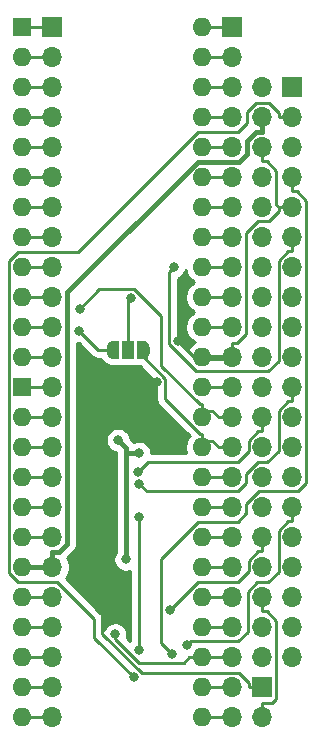
<source format=gbr>
%TF.GenerationSoftware,KiCad,Pcbnew,(5.1.8)-1*%
%TF.CreationDate,2021-02-07T10:27:01+01:00*%
%TF.ProjectId,deniseadapter,64656e69-7365-4616-9461-707465722e6b,rev?*%
%TF.SameCoordinates,Original*%
%TF.FileFunction,Copper,L2,Bot*%
%TF.FilePolarity,Positive*%
%FSLAX46Y46*%
G04 Gerber Fmt 4.6, Leading zero omitted, Abs format (unit mm)*
G04 Created by KiCad (PCBNEW (5.1.8)-1) date 2021-02-07 10:27:01*
%MOMM*%
%LPD*%
G01*
G04 APERTURE LIST*
%TA.AperFunction,SMDPad,CuDef*%
%ADD10R,1.000000X1.500000*%
%TD*%
%TA.AperFunction,SMDPad,CuDef*%
%ADD11C,0.100000*%
%TD*%
%TA.AperFunction,ComponentPad*%
%ADD12R,1.700000X1.700000*%
%TD*%
%TA.AperFunction,ComponentPad*%
%ADD13O,1.700000X1.700000*%
%TD*%
%TA.AperFunction,ComponentPad*%
%ADD14R,1.600000X1.600000*%
%TD*%
%TA.AperFunction,ComponentPad*%
%ADD15O,1.600000X1.600000*%
%TD*%
%TA.AperFunction,ViaPad*%
%ADD16C,0.800000*%
%TD*%
%TA.AperFunction,Conductor*%
%ADD17C,0.250000*%
%TD*%
%TA.AperFunction,Conductor*%
%ADD18C,0.400000*%
%TD*%
%TA.AperFunction,Conductor*%
%ADD19C,0.254000*%
%TD*%
%TA.AperFunction,Conductor*%
%ADD20C,0.100000*%
%TD*%
G04 APERTURE END LIST*
D10*
%TO.P,JP1,2*%
%TO.N,Net-(JP1-Pad2)*%
X125801000Y-88280200D03*
%TA.AperFunction,SMDPad,CuDef*%
D11*
%TO.P,JP1,3*%
%TO.N,Net-(JP1-Pad3)*%
G36*
X124501000Y-89029598D02*
G01*
X124476466Y-89029598D01*
X124427635Y-89024788D01*
X124379510Y-89015216D01*
X124332555Y-89000972D01*
X124287222Y-88982195D01*
X124243949Y-88959064D01*
X124203150Y-88931804D01*
X124165221Y-88900676D01*
X124130524Y-88865979D01*
X124099396Y-88828050D01*
X124072136Y-88787251D01*
X124049005Y-88743978D01*
X124030228Y-88698645D01*
X124015984Y-88651690D01*
X124006412Y-88603565D01*
X124001602Y-88554734D01*
X124001602Y-88530200D01*
X124001000Y-88530200D01*
X124001000Y-88030200D01*
X124001602Y-88030200D01*
X124001602Y-88005666D01*
X124006412Y-87956835D01*
X124015984Y-87908710D01*
X124030228Y-87861755D01*
X124049005Y-87816422D01*
X124072136Y-87773149D01*
X124099396Y-87732350D01*
X124130524Y-87694421D01*
X124165221Y-87659724D01*
X124203150Y-87628596D01*
X124243949Y-87601336D01*
X124287222Y-87578205D01*
X124332555Y-87559428D01*
X124379510Y-87545184D01*
X124427635Y-87535612D01*
X124476466Y-87530802D01*
X124501000Y-87530802D01*
X124501000Y-87530200D01*
X125051000Y-87530200D01*
X125051000Y-89030200D01*
X124501000Y-89030200D01*
X124501000Y-89029598D01*
G37*
%TD.AperFunction*%
%TA.AperFunction,SMDPad,CuDef*%
%TO.P,JP1,1*%
%TO.N,/CDAC*%
G36*
X126551000Y-87530200D02*
G01*
X127101000Y-87530200D01*
X127101000Y-87530802D01*
X127125534Y-87530802D01*
X127174365Y-87535612D01*
X127222490Y-87545184D01*
X127269445Y-87559428D01*
X127314778Y-87578205D01*
X127358051Y-87601336D01*
X127398850Y-87628596D01*
X127436779Y-87659724D01*
X127471476Y-87694421D01*
X127502604Y-87732350D01*
X127529864Y-87773149D01*
X127552995Y-87816422D01*
X127571772Y-87861755D01*
X127586016Y-87908710D01*
X127595588Y-87956835D01*
X127600398Y-88005666D01*
X127600398Y-88030200D01*
X127601000Y-88030200D01*
X127601000Y-88530200D01*
X127600398Y-88530200D01*
X127600398Y-88554734D01*
X127595588Y-88603565D01*
X127586016Y-88651690D01*
X127571772Y-88698645D01*
X127552995Y-88743978D01*
X127529864Y-88787251D01*
X127502604Y-88828050D01*
X127471476Y-88865979D01*
X127436779Y-88900676D01*
X127398850Y-88931804D01*
X127358051Y-88959064D01*
X127314778Y-88982195D01*
X127269445Y-89000972D01*
X127222490Y-89015216D01*
X127174365Y-89024788D01*
X127125534Y-89029598D01*
X127101000Y-89029598D01*
X127101000Y-89030200D01*
X126551000Y-89030200D01*
X126551000Y-87530200D01*
G37*
%TD.AperFunction*%
%TD*%
D12*
%TO.P,JMainBoard1,1*%
%TO.N,Net-(JDenise1-Pad1)*%
X119380000Y-60960000D03*
D13*
%TO.P,JMainBoard1,2*%
%TO.N,Net-(JDenise1-Pad2)*%
X119380000Y-63500000D03*
%TO.P,JMainBoard1,3*%
%TO.N,Net-(JDenise1-Pad3)*%
X119380000Y-66040000D03*
%TO.P,JMainBoard1,4*%
%TO.N,Net-(JDenise1-Pad4)*%
X119380000Y-68580000D03*
%TO.P,JMainBoard1,5*%
%TO.N,Net-(JDenise1-Pad5)*%
X119380000Y-71120000D03*
%TO.P,JMainBoard1,6*%
%TO.N,Net-(JDenise1-Pad6)*%
X119380000Y-73660000D03*
%TO.P,JMainBoard1,7*%
%TO.N,Net-(JDenise1-Pad7)*%
X119380000Y-76200000D03*
%TO.P,JMainBoard1,8*%
%TO.N,Net-(JDenise1-Pad8)*%
X119380000Y-78740000D03*
%TO.P,JMainBoard1,9*%
%TO.N,Net-(JDenise1-Pad9)*%
X119380000Y-81280000D03*
%TO.P,JMainBoard1,10*%
%TO.N,Net-(JDenise1-Pad10)*%
X119380000Y-83820000D03*
%TO.P,JMainBoard1,11*%
%TO.N,Net-(JDenise1-Pad11)*%
X119380000Y-86360000D03*
%TO.P,JMainBoard1,12*%
%TO.N,Net-(JDenise1-Pad12)*%
X119380000Y-88900000D03*
%TO.P,JMainBoard1,13*%
%TO.N,Net-(JDenise2-Pad1)*%
X119380000Y-91440000D03*
%TO.P,JMainBoard1,14*%
%TO.N,Net-(JDenise2-Pad2)*%
X119380000Y-93980000D03*
%TO.P,JMainBoard1,15*%
%TO.N,Net-(JDenise2-Pad3)*%
X119380000Y-96520000D03*
%TO.P,JMainBoard1,16*%
%TO.N,Net-(JDenise2-Pad4)*%
X119380000Y-99060000D03*
%TO.P,JMainBoard1,17*%
%TO.N,Net-(JDenise2-Pad5)*%
X119380000Y-101600000D03*
%TO.P,JMainBoard1,18*%
%TO.N,Net-(JDenise2-Pad6)*%
X119380000Y-104140000D03*
%TO.P,JMainBoard1,19*%
%TO.N,+5V*%
X119380000Y-106680000D03*
%TO.P,JMainBoard1,20*%
%TO.N,/R0*%
X119380000Y-109220000D03*
%TO.P,JMainBoard1,21*%
%TO.N,/R1*%
X119380000Y-111760000D03*
%TO.P,JMainBoard1,22*%
%TO.N,/R2*%
X119380000Y-114300000D03*
%TO.P,JMainBoard1,23*%
%TO.N,/R3*%
X119380000Y-116840000D03*
%TO.P,JMainBoard1,24*%
%TO.N,/B0*%
X119380000Y-119380000D03*
%TD*%
D12*
%TO.P,JRaspberryPiZero1,1*%
%TO.N,Net-(JRaspberryPiZero1-Pad1)*%
X139700000Y-66040000D03*
D13*
%TO.P,JRaspberryPiZero1,2*%
%TO.N,+5V*%
X137160000Y-66040000D03*
%TO.P,JRaspberryPiZero1,3*%
%TO.N,/PiB0*%
X139700000Y-68580000D03*
%TO.P,JRaspberryPiZero1,4*%
%TO.N,+5V*%
X137160000Y-68580000D03*
%TO.P,JRaspberryPiZero1,5*%
%TO.N,/PiB1*%
X139700000Y-71120000D03*
%TO.P,JRaspberryPiZero1,6*%
%TO.N,GND*%
X137160000Y-71120000D03*
%TO.P,JRaspberryPiZero1,7*%
%TO.N,/PiB2*%
X139700000Y-73660000D03*
%TO.P,JRaspberryPiZero1,8*%
%TO.N,Net-(JRaspberryPiZero1-Pad8)*%
X137160000Y-73660000D03*
%TO.P,JRaspberryPiZero1,9*%
%TO.N,GND*%
X139700000Y-76200000D03*
%TO.P,JRaspberryPiZero1,10*%
%TO.N,Net-(JRaspberryPiZero1-Pad10)*%
X137160000Y-76200000D03*
%TO.P,JRaspberryPiZero1,11*%
%TO.N,/PiCLK*%
X139700000Y-78740000D03*
%TO.P,JRaspberryPiZero1,12*%
%TO.N,Net-(JRaspberryPiZero1-Pad12)*%
X137160000Y-78740000D03*
%TO.P,JRaspberryPiZero1,13*%
%TO.N,Net-(JRaspberryPiZero1-Pad13)*%
X139700000Y-81280000D03*
%TO.P,JRaspberryPiZero1,14*%
%TO.N,Net-(JRaspberryPiZero1-Pad14)*%
X137160000Y-81280000D03*
%TO.P,JRaspberryPiZero1,15*%
%TO.N,Net-(JRaspberryPiZero1-Pad15)*%
X139700000Y-83820000D03*
%TO.P,JRaspberryPiZero1,16*%
%TO.N,/PiCSYNC*%
X137160000Y-83820000D03*
%TO.P,JRaspberryPiZero1,17*%
%TO.N,Net-(JRaspberryPiZero1-Pad17)*%
X139700000Y-86360000D03*
%TO.P,JRaspberryPiZero1,18*%
%TO.N,Net-(JRaspberryPiZero1-Pad18)*%
X137160000Y-86360000D03*
%TO.P,JRaspberryPiZero1,19*%
%TO.N,/PiR0*%
X139700000Y-88900000D03*
%TO.P,JRaspberryPiZero1,20*%
%TO.N,Net-(JRaspberryPiZero1-Pad20)*%
X137160000Y-88900000D03*
%TO.P,JRaspberryPiZero1,21*%
%TO.N,/PiG3*%
X139700000Y-91440000D03*
%TO.P,JRaspberryPiZero1,22*%
%TO.N,Net-(JRaspberryPiZero1-Pad22)*%
X137160000Y-91440000D03*
%TO.P,JRaspberryPiZero1,23*%
%TO.N,/PiR1*%
X139700000Y-93980000D03*
%TO.P,JRaspberryPiZero1,24*%
%TO.N,/PiG2*%
X137160000Y-93980000D03*
%TO.P,JRaspberryPiZero1,25*%
%TO.N,Net-(JRaspberryPiZero1-Pad25)*%
X139700000Y-96520000D03*
%TO.P,JRaspberryPiZero1,26*%
%TO.N,/PiG1*%
X137160000Y-96520000D03*
%TO.P,JRaspberryPiZero1,27*%
%TO.N,Net-(JRaspberryPiZero1-Pad27)*%
X139700000Y-99060000D03*
%TO.P,JRaspberryPiZero1,28*%
%TO.N,Net-(JRaspberryPiZero1-Pad28)*%
X137160000Y-99060000D03*
%TO.P,JRaspberryPiZero1,29*%
%TO.N,/PiB3*%
X139700000Y-101600000D03*
%TO.P,JRaspberryPiZero1,30*%
%TO.N,Net-(JRaspberryPiZero1-Pad30)*%
X137160000Y-101600000D03*
%TO.P,JRaspberryPiZero1,31*%
%TO.N,/PiG0*%
X139700000Y-104140000D03*
%TO.P,JRaspberryPiZero1,32*%
%TO.N,/PiR2*%
X137160000Y-104140000D03*
%TO.P,JRaspberryPiZero1,33*%
%TO.N,/PiR3*%
X139700000Y-106680000D03*
%TO.P,JRaspberryPiZero1,34*%
%TO.N,Net-(JRaspberryPiZero1-Pad34)*%
X137160000Y-106680000D03*
%TO.P,JRaspberryPiZero1,35*%
%TO.N,Net-(JRaspberryPiZero1-Pad35)*%
X139700000Y-109220000D03*
%TO.P,JRaspberryPiZero1,36*%
%TO.N,Net-(JButton1-Pad2)*%
X137160000Y-109220000D03*
%TO.P,JRaspberryPiZero1,37*%
%TO.N,Net-(JRaspberryPiZero1-Pad37)*%
X139700000Y-111760000D03*
%TO.P,JRaspberryPiZero1,38*%
%TO.N,Net-(JRaspberryPiZero1-Pad38)*%
X137160000Y-111760000D03*
%TO.P,JRaspberryPiZero1,39*%
%TO.N,Net-(JRaspberryPiZero1-Pad39)*%
X139700000Y-114300000D03*
%TO.P,JRaspberryPiZero1,40*%
%TO.N,Net-(JRaspberryPiZero1-Pad40)*%
X137160000Y-114300000D03*
%TD*%
%TO.P,JMainBoard2,24*%
%TO.N,/B1*%
X134620000Y-119380000D03*
%TO.P,JMainBoard2,23*%
%TO.N,/B2*%
X134620000Y-116840000D03*
%TO.P,JMainBoard2,22*%
%TO.N,/B3*%
X134620000Y-114300000D03*
%TO.P,JMainBoard2,21*%
%TO.N,/G0*%
X134620000Y-111760000D03*
%TO.P,JMainBoard2,20*%
%TO.N,/G1*%
X134620000Y-109220000D03*
%TO.P,JMainBoard2,19*%
%TO.N,/G2*%
X134620000Y-106680000D03*
%TO.P,JMainBoard2,18*%
%TO.N,/G3*%
X134620000Y-104140000D03*
%TO.P,JMainBoard2,17*%
%TO.N,/CSYNC*%
X134620000Y-101600000D03*
%TO.P,JMainBoard2,16*%
%TO.N,Net-(JDenise2-Pad21)*%
X134620000Y-99060000D03*
%TO.P,JMainBoard2,15*%
%TO.N,/CDAC*%
X134620000Y-96520000D03*
%TO.P,JMainBoard2,14*%
%TO.N,/7MHZ*%
X134620000Y-93980000D03*
%TO.P,JMainBoard2,13*%
%TO.N,Net-(JDenise2-Pad24)*%
X134620000Y-91440000D03*
%TO.P,JMainBoard2,12*%
%TO.N,GND*%
X134620000Y-88900000D03*
%TO.P,JMainBoard2,11*%
%TO.N,Net-(JDenise1-Pad14)*%
X134620000Y-86360000D03*
%TO.P,JMainBoard2,10*%
%TO.N,Net-(JDenise1-Pad15)*%
X134620000Y-83820000D03*
%TO.P,JMainBoard2,9*%
%TO.N,Net-(JDenise1-Pad16)*%
X134620000Y-81280000D03*
%TO.P,JMainBoard2,8*%
%TO.N,Net-(JDenise1-Pad17)*%
X134620000Y-78740000D03*
%TO.P,JMainBoard2,7*%
%TO.N,Net-(JDenise1-Pad18)*%
X134620000Y-76200000D03*
%TO.P,JMainBoard2,6*%
%TO.N,Net-(JDenise1-Pad19)*%
X134620000Y-73660000D03*
%TO.P,JMainBoard2,5*%
%TO.N,Net-(JDenise1-Pad20)*%
X134620000Y-71120000D03*
%TO.P,JMainBoard2,4*%
%TO.N,Net-(JDenise1-Pad21)*%
X134620000Y-68580000D03*
%TO.P,JMainBoard2,3*%
%TO.N,Net-(JDenise1-Pad22)*%
X134620000Y-66040000D03*
%TO.P,JMainBoard2,2*%
%TO.N,Net-(JDenise1-Pad23)*%
X134620000Y-63500000D03*
D12*
%TO.P,JMainBoard2,1*%
%TO.N,Net-(JDenise1-Pad24)*%
X134620000Y-60960000D03*
%TD*%
D14*
%TO.P,JDenise1,1*%
%TO.N,Net-(JDenise1-Pad1)*%
X116840000Y-60960000D03*
D15*
%TO.P,JDenise1,13*%
%TO.N,GND*%
X132080000Y-88900000D03*
%TO.P,JDenise1,2*%
%TO.N,Net-(JDenise1-Pad2)*%
X116840000Y-63500000D03*
%TO.P,JDenise1,14*%
%TO.N,Net-(JDenise1-Pad14)*%
X132080000Y-86360000D03*
%TO.P,JDenise1,3*%
%TO.N,Net-(JDenise1-Pad3)*%
X116840000Y-66040000D03*
%TO.P,JDenise1,15*%
%TO.N,Net-(JDenise1-Pad15)*%
X132080000Y-83820000D03*
%TO.P,JDenise1,4*%
%TO.N,Net-(JDenise1-Pad4)*%
X116840000Y-68580000D03*
%TO.P,JDenise1,16*%
%TO.N,Net-(JDenise1-Pad16)*%
X132080000Y-81280000D03*
%TO.P,JDenise1,5*%
%TO.N,Net-(JDenise1-Pad5)*%
X116840000Y-71120000D03*
%TO.P,JDenise1,17*%
%TO.N,Net-(JDenise1-Pad17)*%
X132080000Y-78740000D03*
%TO.P,JDenise1,6*%
%TO.N,Net-(JDenise1-Pad6)*%
X116840000Y-73660000D03*
%TO.P,JDenise1,18*%
%TO.N,Net-(JDenise1-Pad18)*%
X132080000Y-76200000D03*
%TO.P,JDenise1,7*%
%TO.N,Net-(JDenise1-Pad7)*%
X116840000Y-76200000D03*
%TO.P,JDenise1,19*%
%TO.N,Net-(JDenise1-Pad19)*%
X132080000Y-73660000D03*
%TO.P,JDenise1,8*%
%TO.N,Net-(JDenise1-Pad8)*%
X116840000Y-78740000D03*
%TO.P,JDenise1,20*%
%TO.N,Net-(JDenise1-Pad20)*%
X132080000Y-71120000D03*
%TO.P,JDenise1,9*%
%TO.N,Net-(JDenise1-Pad9)*%
X116840000Y-81280000D03*
%TO.P,JDenise1,21*%
%TO.N,Net-(JDenise1-Pad21)*%
X132080000Y-68580000D03*
%TO.P,JDenise1,10*%
%TO.N,Net-(JDenise1-Pad10)*%
X116840000Y-83820000D03*
%TO.P,JDenise1,22*%
%TO.N,Net-(JDenise1-Pad22)*%
X132080000Y-66040000D03*
%TO.P,JDenise1,11*%
%TO.N,Net-(JDenise1-Pad11)*%
X116840000Y-86360000D03*
%TO.P,JDenise1,23*%
%TO.N,Net-(JDenise1-Pad23)*%
X132080000Y-63500000D03*
%TO.P,JDenise1,12*%
%TO.N,Net-(JDenise1-Pad12)*%
X116840000Y-88900000D03*
%TO.P,JDenise1,24*%
%TO.N,Net-(JDenise1-Pad24)*%
X132080000Y-60960000D03*
%TD*%
%TO.P,JDenise2,24*%
%TO.N,Net-(JDenise2-Pad24)*%
X132080000Y-91440000D03*
%TO.P,JDenise2,12*%
%TO.N,/B0*%
X116840000Y-119380000D03*
%TO.P,JDenise2,23*%
%TO.N,/7MHZ*%
X132080000Y-93980000D03*
%TO.P,JDenise2,11*%
%TO.N,/R3*%
X116840000Y-116840000D03*
%TO.P,JDenise2,22*%
%TO.N,/CDAC*%
X132080000Y-96520000D03*
%TO.P,JDenise2,10*%
%TO.N,/R2*%
X116840000Y-114300000D03*
%TO.P,JDenise2,21*%
%TO.N,Net-(JDenise2-Pad21)*%
X132080000Y-99060000D03*
%TO.P,JDenise2,9*%
%TO.N,/R1*%
X116840000Y-111760000D03*
%TO.P,JDenise2,20*%
%TO.N,/CSYNC*%
X132080000Y-101600000D03*
%TO.P,JDenise2,8*%
%TO.N,/R0*%
X116840000Y-109220000D03*
%TO.P,JDenise2,19*%
%TO.N,/G3*%
X132080000Y-104140000D03*
%TO.P,JDenise2,7*%
%TO.N,+5V*%
X116840000Y-106680000D03*
%TO.P,JDenise2,18*%
%TO.N,/G2*%
X132080000Y-106680000D03*
%TO.P,JDenise2,6*%
%TO.N,Net-(JDenise2-Pad6)*%
X116840000Y-104140000D03*
%TO.P,JDenise2,17*%
%TO.N,/G1*%
X132080000Y-109220000D03*
%TO.P,JDenise2,5*%
%TO.N,Net-(JDenise2-Pad5)*%
X116840000Y-101600000D03*
%TO.P,JDenise2,16*%
%TO.N,/G0*%
X132080000Y-111760000D03*
%TO.P,JDenise2,4*%
%TO.N,Net-(JDenise2-Pad4)*%
X116840000Y-99060000D03*
%TO.P,JDenise2,15*%
%TO.N,/B3*%
X132080000Y-114300000D03*
%TO.P,JDenise2,3*%
%TO.N,Net-(JDenise2-Pad3)*%
X116840000Y-96520000D03*
%TO.P,JDenise2,14*%
%TO.N,/B2*%
X132080000Y-116840000D03*
%TO.P,JDenise2,2*%
%TO.N,Net-(JDenise2-Pad2)*%
X116840000Y-93980000D03*
%TO.P,JDenise2,13*%
%TO.N,/B1*%
X132080000Y-119380000D03*
D14*
%TO.P,JDenise2,1*%
%TO.N,Net-(JDenise2-Pad1)*%
X116840000Y-91440000D03*
%TD*%
D13*
%TO.P,JButton1,2*%
%TO.N,Net-(JButton1-Pad2)*%
X137160000Y-119380000D03*
D12*
%TO.P,JButton1,1*%
%TO.N,GND*%
X137160000Y-116840000D03*
%TD*%
D16*
%TO.N,GND*%
X129975500Y-87511300D03*
X128217300Y-91034700D03*
X123620000Y-104549800D03*
X123453300Y-95826600D03*
%TO.N,+3V3*%
X125575000Y-106016700D03*
X126701400Y-97031000D03*
X124940000Y-95921400D03*
%TO.N,/B3*%
X124687400Y-112375700D03*
%TO.N,/PiCLK*%
X129636500Y-81295900D03*
%TO.N,/PiR2*%
X129376600Y-110305100D03*
%TO.N,/PiG3*%
X126705300Y-99593400D03*
%TO.N,/PiG2*%
X126627300Y-98583500D03*
%TO.N,/PiB3*%
X130813300Y-113233400D03*
%TO.N,/PiB2*%
X129510900Y-114005000D03*
%TO.N,/PiB0*%
X126248800Y-115994400D03*
%TO.N,Net-(U1-Pad11)*%
X126675200Y-102447700D03*
X126689100Y-113693700D03*
%TO.N,/7MHZ*%
X121677900Y-84831400D03*
%TO.N,Net-(JP1-Pad3)*%
X121654000Y-86682600D03*
%TO.N,Net-(JP1-Pad2)*%
X126021700Y-83892800D03*
%TD*%
D17*
%TO.N,GND*%
X132080000Y-88900000D02*
X131364200Y-88900000D01*
X131364200Y-88900000D02*
X129975500Y-87511300D01*
X134620000Y-88900000D02*
X132080000Y-88900000D01*
X123453300Y-95826600D02*
X123453300Y-95798700D01*
X123453300Y-95798700D02*
X128217300Y-91034700D01*
X123620000Y-104549800D02*
X123453300Y-104383100D01*
X123453300Y-104383100D02*
X123453300Y-95826600D01*
X123620000Y-104549800D02*
X123620000Y-112339600D01*
X123620000Y-112339600D02*
X126945100Y-115664700D01*
X126945100Y-115664700D02*
X135176800Y-115664700D01*
X135176800Y-115664700D02*
X135984700Y-116472600D01*
X135984700Y-116472600D02*
X135984700Y-116840000D01*
X137160000Y-116840000D02*
X135984700Y-116840000D01*
X137160000Y-71120000D02*
X137160000Y-72295300D01*
X138535200Y-76200000D02*
X138335300Y-76000100D01*
X138335300Y-76000100D02*
X138335300Y-73103200D01*
X138335300Y-73103200D02*
X137527400Y-72295300D01*
X137527400Y-72295300D02*
X137160000Y-72295300D01*
X134620000Y-87724700D02*
X134987400Y-87724700D01*
X134987400Y-87724700D02*
X135795300Y-86916800D01*
X135795300Y-86916800D02*
X135795300Y-78403700D01*
X135795300Y-78403700D02*
X136823700Y-77375300D01*
X136823700Y-77375300D02*
X137716800Y-77375300D01*
X137716800Y-77375300D02*
X138535200Y-76556900D01*
X138535200Y-76556900D02*
X138535200Y-76200000D01*
X139700000Y-76200000D02*
X138535200Y-76200000D01*
X134620000Y-88900000D02*
X134620000Y-87724700D01*
D18*
%TO.N,+3V3*%
X125575000Y-97031000D02*
X125575000Y-106016700D01*
X124940000Y-95921400D02*
X125575000Y-96556400D01*
X125575000Y-96556400D02*
X125575000Y-97031000D01*
X125575000Y-97031000D02*
X126701400Y-97031000D01*
D17*
%TO.N,/B0*%
X116840000Y-119380000D02*
X119380000Y-119380000D01*
%TO.N,/R3*%
X116840000Y-116840000D02*
X119380000Y-116840000D01*
%TO.N,/R2*%
X116840000Y-114300000D02*
X119380000Y-114300000D01*
%TO.N,/R1*%
X116840000Y-111760000D02*
X119380000Y-111760000D01*
%TO.N,/R0*%
X116840000Y-109220000D02*
X119380000Y-109220000D01*
D18*
%TO.N,+5V*%
X119380000Y-106680000D02*
X119380000Y-105429700D01*
X119380000Y-105429700D02*
X119927100Y-105429700D01*
X119927100Y-105429700D02*
X120630300Y-104726500D01*
X120630300Y-104726500D02*
X120630300Y-83409000D01*
X120630300Y-83409000D02*
X131668900Y-72370400D01*
X131668900Y-72370400D02*
X135205800Y-72370400D01*
X135205800Y-72370400D02*
X135890000Y-71686200D01*
X135890000Y-71686200D02*
X135890000Y-70582200D01*
X135890000Y-70582200D02*
X136641900Y-69830300D01*
X136641900Y-69830300D02*
X137160000Y-69830300D01*
X116840000Y-106680000D02*
X119380000Y-106680000D01*
X137160000Y-68580000D02*
X137160000Y-69830300D01*
D17*
%TO.N,Net-(JDenise1-Pad18)*%
X132080000Y-76200000D02*
X134620000Y-76200000D01*
%TO.N,Net-(JDenise1-Pad17)*%
X132080000Y-78740000D02*
X134620000Y-78740000D01*
%TO.N,Net-(JDenise1-Pad16)*%
X132080000Y-81280000D02*
X134620000Y-81280000D01*
%TO.N,Net-(JDenise1-Pad15)*%
X132080000Y-83820000D02*
X134620000Y-83820000D01*
%TO.N,Net-(JDenise1-Pad14)*%
X132080000Y-86360000D02*
X134620000Y-86360000D01*
%TO.N,Net-(JDenise1-Pad12)*%
X116840000Y-88900000D02*
X119380000Y-88900000D01*
%TO.N,Net-(JDenise1-Pad11)*%
X116840000Y-86360000D02*
X119380000Y-86360000D01*
%TO.N,/CDAC*%
X132080000Y-95394700D02*
X131872600Y-95394700D01*
X131872600Y-95394700D02*
X128942600Y-92464700D01*
X128942600Y-92464700D02*
X128942600Y-90734200D01*
X128942600Y-90734200D02*
X127101000Y-88892600D01*
X127101000Y-88892600D02*
X127101000Y-88280200D01*
X134620000Y-96520000D02*
X133444700Y-96520000D01*
X132080000Y-95957300D02*
X132882000Y-95957300D01*
X132882000Y-95957300D02*
X133444700Y-96520000D01*
X132080000Y-95957300D02*
X132080000Y-95394700D01*
X132080000Y-96520000D02*
X132080000Y-95957300D01*
%TO.N,Net-(JDenise1-Pad10)*%
X116840000Y-83820000D02*
X119380000Y-83820000D01*
%TO.N,Net-(JDenise1-Pad9)*%
X116840000Y-81280000D02*
X119380000Y-81280000D01*
%TO.N,/CSYNC*%
X134620000Y-101600000D02*
X132080000Y-101600000D01*
%TO.N,Net-(JDenise1-Pad8)*%
X116840000Y-78740000D02*
X119380000Y-78740000D01*
%TO.N,/G3*%
X132080000Y-104140000D02*
X134620000Y-104140000D01*
%TO.N,Net-(JDenise1-Pad7)*%
X116840000Y-76200000D02*
X119380000Y-76200000D01*
%TO.N,/G2*%
X132080000Y-106680000D02*
X134620000Y-106680000D01*
%TO.N,Net-(JDenise1-Pad6)*%
X116840000Y-73660000D02*
X119380000Y-73660000D01*
%TO.N,/G1*%
X132080000Y-109220000D02*
X134620000Y-109220000D01*
%TO.N,Net-(JDenise1-Pad5)*%
X116840000Y-71120000D02*
X119380000Y-71120000D01*
%TO.N,/G0*%
X132080000Y-111760000D02*
X134620000Y-111760000D01*
%TO.N,Net-(JDenise1-Pad4)*%
X116840000Y-68580000D02*
X119380000Y-68580000D01*
%TO.N,/B3*%
X124687400Y-112375700D02*
X124687500Y-112375700D01*
X124687500Y-112375700D02*
X124687500Y-112770200D01*
X124687500Y-112770200D02*
X126669400Y-114752100D01*
X126669400Y-114752100D02*
X130502600Y-114752100D01*
X130502600Y-114752100D02*
X130954700Y-114300000D01*
X132080000Y-114300000D02*
X130954700Y-114300000D01*
X134620000Y-114300000D02*
X132080000Y-114300000D01*
%TO.N,Net-(JDenise1-Pad3)*%
X116840000Y-66040000D02*
X119380000Y-66040000D01*
%TO.N,/B2*%
X132080000Y-116840000D02*
X134620000Y-116840000D01*
%TO.N,Net-(JDenise1-Pad2)*%
X116840000Y-63500000D02*
X119380000Y-63500000D01*
%TO.N,/B1*%
X132080000Y-119380000D02*
X134620000Y-119380000D01*
%TO.N,Net-(JDenise1-Pad1)*%
X116840000Y-60960000D02*
X119380000Y-60960000D01*
%TO.N,/PiCLK*%
X129636500Y-81295900D02*
X129250200Y-81682200D01*
X129250200Y-81682200D02*
X129250200Y-87811700D01*
X129250200Y-87811700D02*
X131514100Y-90075600D01*
X131514100Y-90075600D02*
X137674400Y-90075600D01*
X137674400Y-90075600D02*
X138524700Y-89225300D01*
X138524700Y-89225300D02*
X138524700Y-80723200D01*
X138524700Y-80723200D02*
X139332600Y-79915300D01*
X139332600Y-79915300D02*
X139700000Y-79915300D01*
X139700000Y-78740000D02*
X139700000Y-79915300D01*
%TO.N,/PiR2*%
X137160000Y-104140000D02*
X137160000Y-105315300D01*
X137160000Y-105315300D02*
X136792600Y-105315300D01*
X136792600Y-105315300D02*
X135984700Y-106123200D01*
X135984700Y-106123200D02*
X135984700Y-107016300D01*
X135984700Y-107016300D02*
X135051000Y-107950000D01*
X135051000Y-107950000D02*
X131731700Y-107950000D01*
X131731700Y-107950000D02*
X129376600Y-110305100D01*
%TO.N,/PiG3*%
X139700000Y-91440000D02*
X139700000Y-92615300D01*
X139700000Y-92615300D02*
X139332600Y-92615300D01*
X139332600Y-92615300D02*
X138524700Y-93423200D01*
X138524700Y-93423200D02*
X138524700Y-96851500D01*
X138524700Y-96851500D02*
X137586400Y-97789800D01*
X137586400Y-97789800D02*
X136766000Y-97789800D01*
X136766000Y-97789800D02*
X135795400Y-98760400D01*
X135795400Y-98760400D02*
X135795400Y-99585600D01*
X135795400Y-99585600D02*
X135131000Y-100250000D01*
X135131000Y-100250000D02*
X127361900Y-100250000D01*
X127361900Y-100250000D02*
X126705300Y-99593400D01*
%TO.N,/PiG2*%
X137160000Y-93980000D02*
X137160000Y-95155300D01*
X137160000Y-95155300D02*
X136792600Y-95155300D01*
X136792600Y-95155300D02*
X135984700Y-95963200D01*
X135984700Y-95963200D02*
X135984700Y-96879500D01*
X135984700Y-96879500D02*
X135107800Y-97756400D01*
X135107800Y-97756400D02*
X127454400Y-97756400D01*
X127454400Y-97756400D02*
X126627300Y-98583500D01*
%TO.N,/PiB3*%
X139700000Y-101600000D02*
X139700000Y-102775300D01*
X130813300Y-113233400D02*
X131111300Y-112935400D01*
X131111300Y-112935400D02*
X135134600Y-112935400D01*
X135134600Y-112935400D02*
X135907900Y-112162100D01*
X135907900Y-112162100D02*
X135907900Y-108780200D01*
X135907900Y-108780200D02*
X136738100Y-107950000D01*
X136738100Y-107950000D02*
X137636600Y-107950000D01*
X137636600Y-107950000D02*
X138524700Y-107061900D01*
X138524700Y-107061900D02*
X138524700Y-103583200D01*
X138524700Y-103583200D02*
X139332600Y-102775300D01*
X139332600Y-102775300D02*
X139700000Y-102775300D01*
%TO.N,/PiB2*%
X139700000Y-74835300D02*
X140067300Y-74835300D01*
X140067300Y-74835300D02*
X140885300Y-75653300D01*
X140885300Y-75653300D02*
X140885300Y-99554900D01*
X140885300Y-99554900D02*
X140190400Y-100249800D01*
X140190400Y-100249800D02*
X136846000Y-100249800D01*
X136846000Y-100249800D02*
X135795400Y-101300400D01*
X135795400Y-101300400D02*
X135795400Y-102125600D01*
X135795400Y-102125600D02*
X135051000Y-102870000D01*
X135051000Y-102870000D02*
X131722700Y-102870000D01*
X131722700Y-102870000D02*
X128595300Y-105997400D01*
X128595300Y-105997400D02*
X128595300Y-113089400D01*
X128595300Y-113089400D02*
X129510900Y-114005000D01*
X139700000Y-73660000D02*
X139700000Y-74835300D01*
%TO.N,/PiB0*%
X138524700Y-68580000D02*
X138524700Y-68212700D01*
X138524700Y-68212700D02*
X137716600Y-67404600D01*
X137716600Y-67404600D02*
X136634400Y-67404600D01*
X136634400Y-67404600D02*
X135890000Y-68149000D01*
X135890000Y-68149000D02*
X135890000Y-69034000D01*
X135890000Y-69034000D02*
X135074000Y-69850000D01*
X135074000Y-69850000D02*
X131689400Y-69850000D01*
X131689400Y-69850000D02*
X121529400Y-80010000D01*
X121529400Y-80010000D02*
X116441400Y-80010000D01*
X116441400Y-80010000D02*
X115703200Y-80748200D01*
X115703200Y-80748200D02*
X115703200Y-107202000D01*
X115703200Y-107202000D02*
X116451200Y-107950000D01*
X116451200Y-107950000D02*
X119781300Y-107950000D01*
X119781300Y-107950000D02*
X122923300Y-111092000D01*
X122923300Y-111092000D02*
X122923300Y-112668900D01*
X122923300Y-112668900D02*
X126248800Y-115994400D01*
X139700000Y-68580000D02*
X138524700Y-68580000D01*
%TO.N,Net-(U1-Pad11)*%
X126675200Y-102447700D02*
X126675200Y-113679800D01*
X126675200Y-113679800D02*
X126689100Y-113693700D01*
%TO.N,Net-(JDenise1-Pad19)*%
X132080000Y-73660000D02*
X134620000Y-73660000D01*
%TO.N,Net-(JDenise1-Pad20)*%
X132080000Y-71120000D02*
X134620000Y-71120000D01*
%TO.N,Net-(JDenise1-Pad21)*%
X132080000Y-68580000D02*
X134620000Y-68580000D01*
%TO.N,Net-(JDenise1-Pad22)*%
X132080000Y-66040000D02*
X134620000Y-66040000D01*
%TO.N,Net-(JDenise1-Pad23)*%
X132080000Y-63500000D02*
X134620000Y-63500000D01*
%TO.N,Net-(JDenise1-Pad24)*%
X132080000Y-60960000D02*
X134620000Y-60960000D01*
%TO.N,Net-(JDenise2-Pad24)*%
X132080000Y-91440000D02*
X134620000Y-91440000D01*
%TO.N,Net-(JDenise2-Pad21)*%
X132080000Y-99060000D02*
X134620000Y-99060000D01*
%TO.N,Net-(JDenise2-Pad6)*%
X116840000Y-104140000D02*
X119380000Y-104140000D01*
%TO.N,Net-(JDenise2-Pad5)*%
X116840000Y-101600000D02*
X119380000Y-101600000D01*
%TO.N,Net-(JDenise2-Pad4)*%
X116840000Y-99060000D02*
X119380000Y-99060000D01*
%TO.N,Net-(JDenise2-Pad3)*%
X116840000Y-96520000D02*
X119380000Y-96520000D01*
%TO.N,Net-(JDenise2-Pad2)*%
X116840000Y-93980000D02*
X119380000Y-93980000D01*
%TO.N,Net-(JDenise2-Pad1)*%
X116840000Y-91440000D02*
X119380000Y-91440000D01*
%TO.N,Net-(JButton1-Pad2)*%
X137160000Y-109220000D02*
X137160000Y-110395300D01*
X137160000Y-119380000D02*
X137160000Y-118204700D01*
X137160000Y-118204700D02*
X137968000Y-118204700D01*
X137968000Y-118204700D02*
X138335300Y-117837400D01*
X138335300Y-117837400D02*
X138335300Y-111203200D01*
X138335300Y-111203200D02*
X137527400Y-110395300D01*
X137527400Y-110395300D02*
X137160000Y-110395300D01*
%TO.N,/7MHZ*%
X132080000Y-92854700D02*
X131836900Y-92854700D01*
X131836900Y-92854700D02*
X128598900Y-89616700D01*
X128598900Y-89616700D02*
X128598900Y-85444200D01*
X128598900Y-85444200D02*
X126322200Y-83167500D01*
X126322200Y-83167500D02*
X123341800Y-83167500D01*
X123341800Y-83167500D02*
X121677900Y-84831400D01*
X134620000Y-93980000D02*
X133444700Y-93980000D01*
X132080000Y-93417300D02*
X132882000Y-93417300D01*
X132882000Y-93417300D02*
X133444700Y-93980000D01*
X132080000Y-93417300D02*
X132080000Y-92854700D01*
X132080000Y-93980000D02*
X132080000Y-93417300D01*
%TO.N,Net-(JP1-Pad3)*%
X124501000Y-88280200D02*
X123251600Y-88280200D01*
X123251600Y-88280200D02*
X121654000Y-86682600D01*
%TO.N,Net-(JP1-Pad2)*%
X125801000Y-88280200D02*
X125801000Y-84113500D01*
X125801000Y-84113500D02*
X126021700Y-83892800D01*
%TD*%
D19*
%TO.N,GND*%
X137287000Y-116713000D02*
X137307000Y-116713000D01*
X137307000Y-116967000D01*
X137287000Y-116967000D01*
X137287000Y-116987000D01*
X137033000Y-116987000D01*
X137033000Y-116967000D01*
X137013000Y-116967000D01*
X137013000Y-116713000D01*
X137033000Y-116713000D01*
X137033000Y-116693000D01*
X137287000Y-116693000D01*
X137287000Y-116713000D01*
%TA.AperFunction,Conductor*%
D20*
G36*
X137287000Y-116713000D02*
G01*
X137307000Y-116713000D01*
X137307000Y-116967000D01*
X137287000Y-116967000D01*
X137287000Y-116987000D01*
X137033000Y-116987000D01*
X137033000Y-116967000D01*
X137013000Y-116967000D01*
X137013000Y-116713000D01*
X137033000Y-116713000D01*
X137033000Y-116693000D01*
X137287000Y-116693000D01*
X137287000Y-116713000D01*
G37*
%TD.AperFunction*%
D19*
X121552061Y-87717600D02*
X121614199Y-87717600D01*
X122687801Y-88791203D01*
X122711599Y-88820201D01*
X122740597Y-88843999D01*
X122827324Y-88915174D01*
X122959353Y-88985746D01*
X123102614Y-89029203D01*
X123251600Y-89043877D01*
X123288933Y-89040200D01*
X123486638Y-89040200D01*
X123529502Y-89120392D01*
X123583958Y-89201891D01*
X123663310Y-89298582D01*
X123732618Y-89367890D01*
X123829309Y-89447242D01*
X123910808Y-89501698D01*
X124021125Y-89560664D01*
X124111681Y-89598173D01*
X124231377Y-89634482D01*
X124327510Y-89653604D01*
X124451991Y-89665864D01*
X124476550Y-89665864D01*
X124501000Y-89668272D01*
X125051000Y-89668272D01*
X125175482Y-89656012D01*
X125176000Y-89655855D01*
X125176518Y-89656012D01*
X125301000Y-89668272D01*
X126301000Y-89668272D01*
X126425482Y-89656012D01*
X126426000Y-89655855D01*
X126426518Y-89656012D01*
X126551000Y-89668272D01*
X126801871Y-89668272D01*
X128182601Y-91049003D01*
X128182600Y-92427377D01*
X128178924Y-92464700D01*
X128182600Y-92502022D01*
X128182600Y-92502032D01*
X128193597Y-92613685D01*
X128225135Y-92717654D01*
X128237054Y-92756946D01*
X128307626Y-92888976D01*
X128347471Y-92937526D01*
X128402599Y-93004701D01*
X128431603Y-93028504D01*
X130986851Y-95583753D01*
X130965363Y-95605241D01*
X130808320Y-95840273D01*
X130700147Y-96101426D01*
X130645000Y-96378665D01*
X130645000Y-96661335D01*
X130700147Y-96938574D01*
X130724099Y-96996400D01*
X127736400Y-96996400D01*
X127736400Y-96929061D01*
X127696626Y-96729102D01*
X127618605Y-96540744D01*
X127505337Y-96371226D01*
X127361174Y-96227063D01*
X127191656Y-96113795D01*
X127003298Y-96035774D01*
X126803339Y-95996000D01*
X126599461Y-95996000D01*
X126399502Y-96035774D01*
X126271454Y-96088814D01*
X126227926Y-96035774D01*
X126194439Y-95994970D01*
X126194437Y-95994968D01*
X126168291Y-95963109D01*
X126136432Y-95936964D01*
X125964092Y-95764624D01*
X125935226Y-95619502D01*
X125857205Y-95431144D01*
X125743937Y-95261626D01*
X125599774Y-95117463D01*
X125430256Y-95004195D01*
X125241898Y-94926174D01*
X125041939Y-94886400D01*
X124838061Y-94886400D01*
X124638102Y-94926174D01*
X124449744Y-95004195D01*
X124280226Y-95117463D01*
X124136063Y-95261626D01*
X124022795Y-95431144D01*
X123944774Y-95619502D01*
X123905000Y-95819461D01*
X123905000Y-96023339D01*
X123944774Y-96223298D01*
X124022795Y-96411656D01*
X124136063Y-96581174D01*
X124280226Y-96725337D01*
X124449744Y-96838605D01*
X124638102Y-96916626D01*
X124740000Y-96936895D01*
X124740000Y-96989981D01*
X124735960Y-97031000D01*
X124740000Y-97072018D01*
X124740001Y-105403414D01*
X124657795Y-105526444D01*
X124579774Y-105714802D01*
X124540000Y-105914761D01*
X124540000Y-106118639D01*
X124579774Y-106318598D01*
X124657795Y-106506956D01*
X124771063Y-106676474D01*
X124915226Y-106820637D01*
X125084744Y-106933905D01*
X125273102Y-107011926D01*
X125473061Y-107051700D01*
X125676939Y-107051700D01*
X125876898Y-107011926D01*
X125915200Y-106996061D01*
X125915201Y-112923100D01*
X125678840Y-112686739D01*
X125682626Y-112677598D01*
X125722400Y-112477639D01*
X125722400Y-112273761D01*
X125682626Y-112073802D01*
X125604605Y-111885444D01*
X125491337Y-111715926D01*
X125347174Y-111571763D01*
X125177656Y-111458495D01*
X124989298Y-111380474D01*
X124789339Y-111340700D01*
X124585461Y-111340700D01*
X124385502Y-111380474D01*
X124197144Y-111458495D01*
X124027626Y-111571763D01*
X123883463Y-111715926D01*
X123770195Y-111885444D01*
X123692174Y-112073802D01*
X123683300Y-112118415D01*
X123683300Y-111129322D01*
X123686976Y-111091999D01*
X123683300Y-111054677D01*
X123683300Y-111054667D01*
X123672303Y-110943014D01*
X123628846Y-110799753D01*
X123578199Y-110705000D01*
X123558274Y-110667723D01*
X123487099Y-110580997D01*
X123463301Y-110551999D01*
X123434304Y-110528202D01*
X120533104Y-107627003D01*
X120533475Y-107626632D01*
X120695990Y-107383411D01*
X120807932Y-107113158D01*
X120865000Y-106826260D01*
X120865000Y-106533740D01*
X120807932Y-106246842D01*
X120695990Y-105976589D01*
X120641952Y-105895715D01*
X121191727Y-105345941D01*
X121223591Y-105319791D01*
X121327936Y-105192646D01*
X121405472Y-105047587D01*
X121453218Y-104890189D01*
X121465300Y-104767519D01*
X121465300Y-104767518D01*
X121469340Y-104726500D01*
X121465300Y-104685482D01*
X121465300Y-87700342D01*
X121552061Y-87717600D01*
%TA.AperFunction,Conductor*%
D20*
G36*
X121552061Y-87717600D02*
G01*
X121614199Y-87717600D01*
X122687801Y-88791203D01*
X122711599Y-88820201D01*
X122740597Y-88843999D01*
X122827324Y-88915174D01*
X122959353Y-88985746D01*
X123102614Y-89029203D01*
X123251600Y-89043877D01*
X123288933Y-89040200D01*
X123486638Y-89040200D01*
X123529502Y-89120392D01*
X123583958Y-89201891D01*
X123663310Y-89298582D01*
X123732618Y-89367890D01*
X123829309Y-89447242D01*
X123910808Y-89501698D01*
X124021125Y-89560664D01*
X124111681Y-89598173D01*
X124231377Y-89634482D01*
X124327510Y-89653604D01*
X124451991Y-89665864D01*
X124476550Y-89665864D01*
X124501000Y-89668272D01*
X125051000Y-89668272D01*
X125175482Y-89656012D01*
X125176000Y-89655855D01*
X125176518Y-89656012D01*
X125301000Y-89668272D01*
X126301000Y-89668272D01*
X126425482Y-89656012D01*
X126426000Y-89655855D01*
X126426518Y-89656012D01*
X126551000Y-89668272D01*
X126801871Y-89668272D01*
X128182601Y-91049003D01*
X128182600Y-92427377D01*
X128178924Y-92464700D01*
X128182600Y-92502022D01*
X128182600Y-92502032D01*
X128193597Y-92613685D01*
X128225135Y-92717654D01*
X128237054Y-92756946D01*
X128307626Y-92888976D01*
X128347471Y-92937526D01*
X128402599Y-93004701D01*
X128431603Y-93028504D01*
X130986851Y-95583753D01*
X130965363Y-95605241D01*
X130808320Y-95840273D01*
X130700147Y-96101426D01*
X130645000Y-96378665D01*
X130645000Y-96661335D01*
X130700147Y-96938574D01*
X130724099Y-96996400D01*
X127736400Y-96996400D01*
X127736400Y-96929061D01*
X127696626Y-96729102D01*
X127618605Y-96540744D01*
X127505337Y-96371226D01*
X127361174Y-96227063D01*
X127191656Y-96113795D01*
X127003298Y-96035774D01*
X126803339Y-95996000D01*
X126599461Y-95996000D01*
X126399502Y-96035774D01*
X126271454Y-96088814D01*
X126227926Y-96035774D01*
X126194439Y-95994970D01*
X126194437Y-95994968D01*
X126168291Y-95963109D01*
X126136432Y-95936964D01*
X125964092Y-95764624D01*
X125935226Y-95619502D01*
X125857205Y-95431144D01*
X125743937Y-95261626D01*
X125599774Y-95117463D01*
X125430256Y-95004195D01*
X125241898Y-94926174D01*
X125041939Y-94886400D01*
X124838061Y-94886400D01*
X124638102Y-94926174D01*
X124449744Y-95004195D01*
X124280226Y-95117463D01*
X124136063Y-95261626D01*
X124022795Y-95431144D01*
X123944774Y-95619502D01*
X123905000Y-95819461D01*
X123905000Y-96023339D01*
X123944774Y-96223298D01*
X124022795Y-96411656D01*
X124136063Y-96581174D01*
X124280226Y-96725337D01*
X124449744Y-96838605D01*
X124638102Y-96916626D01*
X124740000Y-96936895D01*
X124740000Y-96989981D01*
X124735960Y-97031000D01*
X124740000Y-97072018D01*
X124740001Y-105403414D01*
X124657795Y-105526444D01*
X124579774Y-105714802D01*
X124540000Y-105914761D01*
X124540000Y-106118639D01*
X124579774Y-106318598D01*
X124657795Y-106506956D01*
X124771063Y-106676474D01*
X124915226Y-106820637D01*
X125084744Y-106933905D01*
X125273102Y-107011926D01*
X125473061Y-107051700D01*
X125676939Y-107051700D01*
X125876898Y-107011926D01*
X125915200Y-106996061D01*
X125915201Y-112923100D01*
X125678840Y-112686739D01*
X125682626Y-112677598D01*
X125722400Y-112477639D01*
X125722400Y-112273761D01*
X125682626Y-112073802D01*
X125604605Y-111885444D01*
X125491337Y-111715926D01*
X125347174Y-111571763D01*
X125177656Y-111458495D01*
X124989298Y-111380474D01*
X124789339Y-111340700D01*
X124585461Y-111340700D01*
X124385502Y-111380474D01*
X124197144Y-111458495D01*
X124027626Y-111571763D01*
X123883463Y-111715926D01*
X123770195Y-111885444D01*
X123692174Y-112073802D01*
X123683300Y-112118415D01*
X123683300Y-111129322D01*
X123686976Y-111091999D01*
X123683300Y-111054677D01*
X123683300Y-111054667D01*
X123672303Y-110943014D01*
X123628846Y-110799753D01*
X123578199Y-110705000D01*
X123558274Y-110667723D01*
X123487099Y-110580997D01*
X123463301Y-110551999D01*
X123434304Y-110528202D01*
X120533104Y-107627003D01*
X120533475Y-107626632D01*
X120695990Y-107383411D01*
X120807932Y-107113158D01*
X120865000Y-106826260D01*
X120865000Y-106533740D01*
X120807932Y-106246842D01*
X120695990Y-105976589D01*
X120641952Y-105895715D01*
X121191727Y-105345941D01*
X121223591Y-105319791D01*
X121327936Y-105192646D01*
X121405472Y-105047587D01*
X121453218Y-104890189D01*
X121465300Y-104767519D01*
X121465300Y-104767518D01*
X121469340Y-104726500D01*
X121465300Y-104685482D01*
X121465300Y-87700342D01*
X121552061Y-87717600D01*
G37*
%TD.AperFunction*%
D19*
X132207000Y-88773000D02*
X134493000Y-88773000D01*
X134493000Y-88753000D01*
X134747000Y-88753000D01*
X134747000Y-88773000D01*
X134767000Y-88773000D01*
X134767000Y-89027000D01*
X134747000Y-89027000D01*
X134747000Y-89047000D01*
X134493000Y-89047000D01*
X134493000Y-89027000D01*
X132207000Y-89027000D01*
X132207000Y-89047000D01*
X131953000Y-89047000D01*
X131953000Y-89027000D01*
X131933000Y-89027000D01*
X131933000Y-88773000D01*
X131953000Y-88773000D01*
X131953000Y-88753000D01*
X132207000Y-88753000D01*
X132207000Y-88773000D01*
%TA.AperFunction,Conductor*%
D20*
G36*
X132207000Y-88773000D02*
G01*
X134493000Y-88773000D01*
X134493000Y-88753000D01*
X134747000Y-88753000D01*
X134747000Y-88773000D01*
X134767000Y-88773000D01*
X134767000Y-89027000D01*
X134747000Y-89027000D01*
X134747000Y-89047000D01*
X134493000Y-89047000D01*
X134493000Y-89027000D01*
X132207000Y-89027000D01*
X132207000Y-89047000D01*
X131953000Y-89047000D01*
X131953000Y-89027000D01*
X131933000Y-89027000D01*
X131933000Y-88773000D01*
X131953000Y-88773000D01*
X131953000Y-88753000D01*
X132207000Y-88753000D01*
X132207000Y-88773000D01*
G37*
%TD.AperFunction*%
D19*
X130700147Y-81698574D02*
X130808320Y-81959727D01*
X130965363Y-82194759D01*
X131165241Y-82394637D01*
X131397759Y-82550000D01*
X131165241Y-82705363D01*
X130965363Y-82905241D01*
X130808320Y-83140273D01*
X130700147Y-83401426D01*
X130645000Y-83678665D01*
X130645000Y-83961335D01*
X130700147Y-84238574D01*
X130808320Y-84499727D01*
X130965363Y-84734759D01*
X131165241Y-84934637D01*
X131397759Y-85090000D01*
X131165241Y-85245363D01*
X130965363Y-85445241D01*
X130808320Y-85680273D01*
X130700147Y-85941426D01*
X130645000Y-86218665D01*
X130645000Y-86501335D01*
X130700147Y-86778574D01*
X130808320Y-87039727D01*
X130965363Y-87274759D01*
X131165241Y-87474637D01*
X131400273Y-87631680D01*
X131410865Y-87636067D01*
X131224869Y-87747615D01*
X131016481Y-87936586D01*
X130848963Y-88162580D01*
X130793413Y-88280111D01*
X130010200Y-87496899D01*
X130010200Y-82261384D01*
X130126756Y-82213105D01*
X130296274Y-82099837D01*
X130440437Y-81955674D01*
X130553705Y-81786156D01*
X130631726Y-81597798D01*
X130655913Y-81476199D01*
X130700147Y-81698574D01*
%TA.AperFunction,Conductor*%
D20*
G36*
X130700147Y-81698574D02*
G01*
X130808320Y-81959727D01*
X130965363Y-82194759D01*
X131165241Y-82394637D01*
X131397759Y-82550000D01*
X131165241Y-82705363D01*
X130965363Y-82905241D01*
X130808320Y-83140273D01*
X130700147Y-83401426D01*
X130645000Y-83678665D01*
X130645000Y-83961335D01*
X130700147Y-84238574D01*
X130808320Y-84499727D01*
X130965363Y-84734759D01*
X131165241Y-84934637D01*
X131397759Y-85090000D01*
X131165241Y-85245363D01*
X130965363Y-85445241D01*
X130808320Y-85680273D01*
X130700147Y-85941426D01*
X130645000Y-86218665D01*
X130645000Y-86501335D01*
X130700147Y-86778574D01*
X130808320Y-87039727D01*
X130965363Y-87274759D01*
X131165241Y-87474637D01*
X131400273Y-87631680D01*
X131410865Y-87636067D01*
X131224869Y-87747615D01*
X131016481Y-87936586D01*
X130848963Y-88162580D01*
X130793413Y-88280111D01*
X130010200Y-87496899D01*
X130010200Y-82261384D01*
X130126756Y-82213105D01*
X130296274Y-82099837D01*
X130440437Y-81955674D01*
X130553705Y-81786156D01*
X130631726Y-81597798D01*
X130655913Y-81476199D01*
X130700147Y-81698574D01*
G37*
%TD.AperFunction*%
D19*
X139827000Y-76073000D02*
X139847000Y-76073000D01*
X139847000Y-76327000D01*
X139827000Y-76327000D01*
X139827000Y-76347000D01*
X139573000Y-76347000D01*
X139573000Y-76327000D01*
X139553000Y-76327000D01*
X139553000Y-76073000D01*
X139573000Y-76073000D01*
X139573000Y-76053000D01*
X139827000Y-76053000D01*
X139827000Y-76073000D01*
%TA.AperFunction,Conductor*%
D20*
G36*
X139827000Y-76073000D02*
G01*
X139847000Y-76073000D01*
X139847000Y-76327000D01*
X139827000Y-76327000D01*
X139827000Y-76347000D01*
X139573000Y-76347000D01*
X139573000Y-76327000D01*
X139553000Y-76327000D01*
X139553000Y-76073000D01*
X139573000Y-76073000D01*
X139573000Y-76053000D01*
X139827000Y-76053000D01*
X139827000Y-76073000D01*
G37*
%TD.AperFunction*%
D19*
X137287000Y-70993000D02*
X137307000Y-70993000D01*
X137307000Y-71247000D01*
X137287000Y-71247000D01*
X137287000Y-71267000D01*
X137033000Y-71267000D01*
X137033000Y-71247000D01*
X137013000Y-71247000D01*
X137013000Y-70993000D01*
X137033000Y-70993000D01*
X137033000Y-70973000D01*
X137287000Y-70973000D01*
X137287000Y-70993000D01*
%TA.AperFunction,Conductor*%
D20*
G36*
X137287000Y-70993000D02*
G01*
X137307000Y-70993000D01*
X137307000Y-71247000D01*
X137287000Y-71247000D01*
X137287000Y-71267000D01*
X137033000Y-71267000D01*
X137033000Y-71247000D01*
X137013000Y-71247000D01*
X137013000Y-70993000D01*
X137033000Y-70993000D01*
X137033000Y-70973000D01*
X137287000Y-70973000D01*
X137287000Y-70993000D01*
G37*
%TD.AperFunction*%
%TD*%
M02*

</source>
